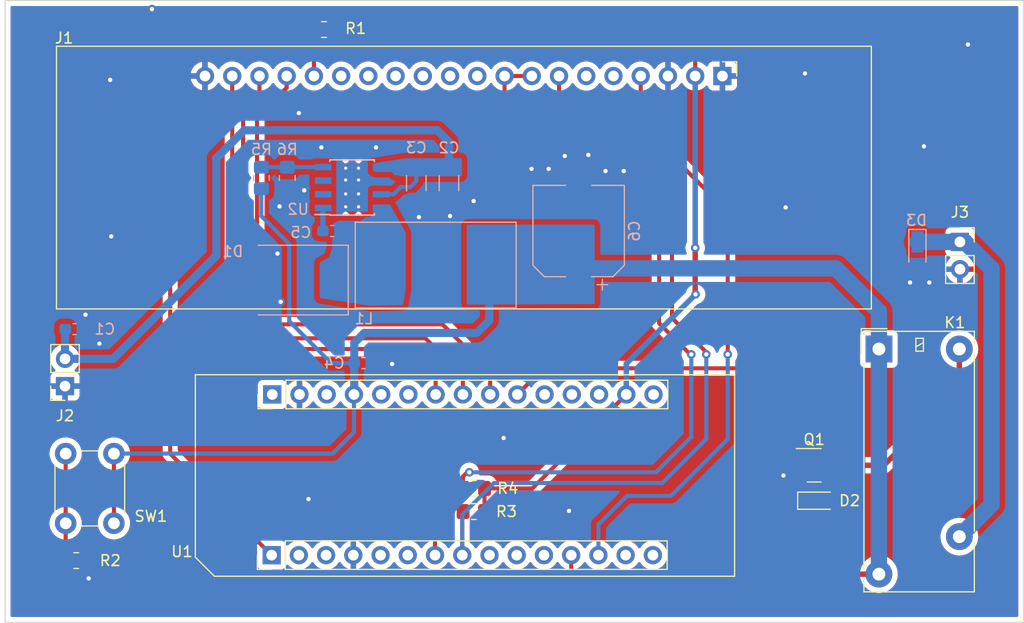
<source format=kicad_pcb>
(kicad_pcb (version 20211014) (generator pcbnew)
  (layers (0 "F.Cu" signal) (31 "B.Cu" signal) (34 "B.Paste" user) (35 "F.Paste" user) (36 "B.SilkS" user "B.Silkscreen") (37 "F.SilkS" user "F.Silkscreen") (38 "B.Mask" user) (39 "F.Mask" user) (44 "Edge.Cuts" user))
  (net 0 "")
  (net 1 "+36V")
  (net 2 "GND")
  (net 3 "+5V")
  (net 4 "Net-(C5-Pad1)")
  (net 5 "Net-(C5-Pad2)")
  (net 6 "Net-(D2-Pad2)")
  (net 7 "/MOTOR_5V")
  (net 8 "+3V3")
  (net 9 "/SLAVE_ADDR")
  (net 12 "/I2C_SCL")
  (net 13 "/I2C_SDA")
  (net 20 "/RESET")
  (net 21 "/BS0")
  (net 22 "/BS1")
  (net 23 "/BS2")
  (net 24 "/MOTOR_ACTIVATION")
  (net 25 "/BUTTON_SIGNAL")
  (net 26 "Net-(R5-Pad2)")
  (footprint "Button_Switch_THT:SW_PUSH_6mm" (layer "F.Cu") (at 107.652 113.753 -90)
    (fp_text reference "SW1" (at 5.847 -3.448 180) (layer "F.SilkS"))
    (fp_text value "SW_Push")
    (fp_line (start -0.25 1.5) (end -0.25 3) (layer "F.SilkS") (width 0.12))
    (fp_line (start 1 5.5) (end 5.5 5.5) (layer "F.SilkS") (width 0.12))
    (fp_line (start 5.5 -1) (end 1 -1) (layer "F.SilkS") (width 0.12))
    (fp_line (start 6.75 3) (end 6.75 1.5) (layer "F.SilkS") (width 0.12))
    (pad "1" thru_hole circle (at 0 0) (size 2 2) (drill 1.1) (layers *.Cu *.Mask) (net 3 "+5V"))
    (pad "1" thru_hole circle (at 6.5 0) (size 2 2) (drill 1.1) (layers *.Cu *.Mask) (net 3 "+5V"))
    (pad "2" thru_hole circle (at 0 4.5) (size 2 2) (drill 1.1) (layers *.Cu *.Mask) (net 25 "/BUTTON_SIGNAL"))
    (pad "2" thru_hole circle (at 6.5 4.5) (size 2 2) (drill 1.1) (layers *.Cu *.Mask) (net 25 "/BUTTON_SIGNAL"))
  )
  (footprint "Relay_THT:Relay_1P1T_NO_10x24x18.8mm_Panasonic_ADW11xxxxW_THT" (layer "F.Cu") (at 179 104)
    (fp_text reference "K1" (at 7.08 -2.46) (layer "F.SilkS"))
    (fp_text value "ADW11")
    (fp_line (start -1.4 22.65) (end -1.4 21.51) (layer "F.SilkS") (width 0.12))
    (fp_line (start 3.45 -0.2) (end 4.15 -0.6) (layer "F.SilkS") (width 0.12))
    (fp_line (start -1.4 1.31) (end -1.4 20.49) (layer "F.SilkS") (width 0.12))
    (fp_line (start 8.9 -1.65) (end 8.9 -0.51) (layer "F.SilkS") (width 0.12))
    (fp_line (start -1.65 0.44) (end -1.65 -1.9) (layer "F.SilkS") (width 0.12))
    (fp_line (start -1.4 -1.65) (end -1.4 -1.31) (layer "F.SilkS") (width 0.12))
    (fp_line (start 8.9 22.65) (end -1.4 22.65) (layer "F.SilkS") (width 0.12))
    (fp_line (start 4.15 -1) (end 3.45 -1) (layer "F.SilkS") (width 0.12))
    (fp_line (start 4.15 0.2) (end 4.15 -1) (layer "F.SilkS") (width 0.12))
    (fp_line (start 8.9 -1.65) (end -1.4 -1.65) (layer "F.SilkS") (width 0.12))
    (fp_line (start 3.45 -1) (end 3.45 0.2) (layer "F.SilkS") (width 0.12))
    (fp_line (start 3.45 0.2) (end 4.15 0.2) (layer "F.SilkS") (width 0.12))
    (fp_line (start 8.9 0.51) (end 8.9 16.99) (layer "F.SilkS") (width 0.12))
    (fp_line (start 8.89 18.05) (end 8.9 22.65) (layer "F.SilkS") (width 0.12))
    (fp_line (start -1.65 -1.9) (end 0.75 -1.9) (layer "F.SilkS") (width 0.12))
    (pad "1" thru_hole rect (at 0 0) (size 2.5 2.5) (drill 1.2) (layers *.Cu *.Mask) (net 3 "+5V"))
    (pad "3" thru_hole oval (at 0 21) (size 2.5 2.5) (drill 1.2) (layers *.Cu *.Mask) (net 3 "+5V"))
    (pad "5" thru_hole oval (at 7.5 17.5) (size 2.5 2.5) (drill 1.2) (layers *.Cu *.Mask) (net 7 "/MOTOR_5V"))
    (pad "6" thru_hole oval (at 7.5 0) (size 2.5 2.5) (drill 1.2) (layers *.Cu *.Mask) (net 6 "Net-(D2-Pad2)"))
  )
  (footprint "Resistor_SMD:R_0805_2012Metric_Pad1.20x1.40mm_HandSolder" (layer "F.Cu") (at 104.132 123.734)
    (fp_text reference "R2" (at 3.175 0) (layer "F.SilkS"))
    (fp_text value "10K")
    (fp_line (start -0.227064 0.735) (end 0.227064 0.735) (layer "F.SilkS") (width 0.12))
    (fp_line (start -0.227064 -0.735) (end 0.227064 -0.735) (layer "F.SilkS") (width 0.12))
    (pad "1" smd roundrect (at -1 0) (size 1.2 1.4) (layers "F.Cu" "F.Paste" "F.Mask") (roundrect_rratio 0.2083333333) (net 25 "/BUTTON_SIGNAL"))
    (pad "2" smd roundrect (at 1 0) (size 1.2 1.4) (layers "F.Cu" "F.Paste" "F.Mask") (roundrect_rratio 0.2083333333) (net 2 "GND"))
  )
  (footprint "Library:NHD-0216CW-AB3" (layer "F.Cu") (at 102.295 75.765)
    (fp_text reference "J1" (at 0.705 -0.765 unlocked) (layer "F.SilkS"))
    (fp_text value "NHD-0216CW")
    (fp_line (start 62.11 1.445) (end 63.44 1.445) (layer "F.SilkS") (width 0.12))
    (fp_line (start 76 0) (end 76 24.5) (layer "F.SilkS") (width 0.12))
    (fp_line (start 63.44 1.445) (end 63.44 2.775) (layer "F.SilkS") (width 0.12))
    (fp_line (start 76 24.5) (end 0 24.5) (layer "F.SilkS") (width 0.12))
    (fp_line (start 0 24.5) (end 0 0) (layer "F.SilkS") (width 0.12))
    (fp_line (start 0 0) (end 76 0) (layer "F.SilkS") (width 0.12))
    (pad "1" thru_hole rect (at 62.11 2.775 270) (size 1.7 1.7) (drill 1) (layers *.Cu *.Mask) (net 2 "GND"))
    (pad "2" thru_hole oval (at 59.57 2.775 270) (size 1.7 1.7) (drill 1) (layers *.Cu *.Mask) (net 8 "+3V3"))
    (pad "3" thru_hole oval (at 57.03 2.775 270) (size 1.7 1.7) (drill 1) (layers *.Cu *.Mask) (net 2 "GND"))
    (pad "4" thru_hole oval (at 54.49 2.775 270) (size 1.7 1.7) (drill 1) (layers *.Cu *.Mask) (net 9 "/SLAVE_ADDR"))
    (pad "5" thru_hole oval (at 51.95 2.775 270) (size 1.7 1.7) (drill 1) (layers *.Cu *.Mask))
    (pad "6" thru_hole oval (at 49.41 2.775 270) (size 1.7 1.7) (drill 1) (layers *.Cu *.Mask))
    (pad "7" thru_hole oval (at 46.87 2.775 270) (size 1.7 1.7) (drill 1) (layers *.Cu *.Mask) (net 12 "/I2C_SCL"))
    (pad "8" thru_hole oval (at 44.33 2.775 270) (size 1.7 1.7) (drill 1) (layers *.Cu *.Mask) (net 13 "/I2C_SDA"))
    (pad "9" thru_hole oval (at 41.79 2.775 270) (size 1.7 1.7) (drill 1) (layers *.Cu *.Mask) (net 13 "/I2C_SDA"))
    (pad "10" thru_hole oval (at 39.25 2.775 270) (size 1.7 1.7) (drill 1) (layers *.Cu *.Mask))
    (pad "11" thru_hole oval (at 36.71 2.775 270) (size 1.7 1.7) (drill 1) (layers *.Cu *.Mask))
    (pad "12" thru_hole oval (at 34.17 2.775 270) (size 1.7 1.7) (drill 1) (layers *.Cu *.Mask))
    (pad "13" thru_hole oval (at 31.63 2.775 270) (size 1.7 1.7) (drill 1) (layers *.Cu *.Mask))
    (pad "14" thru_hole oval (at 29.09 2.775 270) (size 1.7 1.7) (drill 1) (layers *.Cu *.Mask))
    (pad "15" thru_hole oval (at 26.55 2.775 270) (size 1.7 1.7) (drill 1) (layers *.Cu *.Mask))
    (pad "16" thru_hole oval (at 24.01 2.775 270) (size 1.7 1.7) (drill 1) (layers *.Cu *.Mask) (net 20 "/RESET"))
    (pad "17" thru_hole oval (at 21.47 2.775 270) (size 1.7 1.7) (drill 1) (layers *.Cu *.Mask) (net 21 "/BS0"))
    (pad "18" thru_hole oval (at 18.93 2.775 270) (size 1.7 1.7) (drill 1) (layers *.Cu *.Mask) (net 22 "/BS1"))
    (pad "19" thru_hole oval (at 16.39 2.775 270) (size 1.7 1.7) (drill 1) (layers *.Cu *.Mask) (net 23 "/BS2"))
    (pad "20" thru_hole oval (at 13.85 2.775 270) (size 1.7 1.7) (drill 1) (layers *.Cu *.Mask) (net 2 "GND"))
  )
  (footprint "Diode_SMD:D_TUMD2" (layer "F.Cu") (at 173.22 118.146)
    (fp_text reference "D2" (at 3.048 0) (layer "F.SilkS"))
    (fp_text value "RFU02VSM8STR")
    (fp_line (start -1.8 -0.8) (end 1.25 -0.8) (layer "F.SilkS") (width 0.12))
    (fp_line (start 1.25 0.8) (end -1.8 0.8) (layer "F.SilkS") (width 0.12))
    (fp_line (start -1.8 0.8) (end -1.8 -0.8) (layer "F.SilkS") (width 0.12))
    (pad "1" smd rect (at -0.65 0 180) (size 2 1.1) (layers "F.Cu" "F.Paste" "F.Mask") (net 3 "+5V"))
    (pad "2" smd rect (at 1.25 0 180) (size 0.8 1.1) (layers "F.Cu" "F.Paste" "F.Mask") (net 6 "Net-(D2-Pad2)"))
  )
  (footprint "Resistor_SMD:R_0805_2012Metric_Pad1.20x1.40mm_HandSolder" (layer "F.Cu") (at 127.246 74.204 180)
    (fp_text reference "R1" (at -2.954 0.104) (layer "F.SilkS"))
    (fp_text value "10K")
    (fp_line (start -0.227064 0.735) (end 0.227064 0.735) (layer "F.SilkS") (width 0.12))
    (fp_line (start -0.227064 -0.735) (end 0.227064 -0.735) (layer "F.SilkS") (width 0.12))
    (pad "1" smd roundrect (at -1 0 180) (size 1.2 1.4) (layers "F.Cu" "F.Paste" "F.Mask") (roundrect_rratio 0.2083333333) (net 8 "+3V3"))
    (pad "2" smd roundrect (at 1 0 180) (size 1.2 1.4) (layers "F.Cu" "F.Paste" "F.Mask") (roundrect_rratio 0.2083333333) (net 20 "/RESET"))
  )
  (footprint "Resistor_SMD:R_0805_2012Metric_Pad1.20x1.40mm_HandSolder" (layer "F.Cu") (at 141.216 117.003 180)
    (fp_text reference "R4" (at -3.175 0) (layer "F.SilkS"))
    (fp_text value "10K")
    (fp_line (start -0.227064 -0.735) (end 0.227064 -0.735) (layer "F.SilkS") (width 0.12))
    (fp_line (start -0.227064 0.735) (end 0.227064 0.735) (layer "F.SilkS") (width 0.12))
    (pad "1" smd roundrect (at -1 0 180) (size 1.2 1.4) (layers "F.Cu" "F.Paste" "F.Mask") (roundrect_rratio 0.2083333333) (net 8 "+3V3"))
    (pad "2" smd roundrect (at 1 0 180) (size 1.2 1.4) (layers "F.Cu" "F.Paste" "F.Mask") (roundrect_rratio 0.2083333333) (net 13 "/I2C_SDA"))
  )
  (footprint "Resistor_SMD:R_0805_2012Metric_Pad1.20x1.40mm_HandSolder" (layer "F.Cu") (at 141.216 119.162 180)
    (fp_text reference "R3" (at -3.048 0) (layer "F.SilkS"))
    (fp_text value "10K")
    (fp_line (start -0.227064 -0.735) (end 0.227064 -0.735) (layer "F.SilkS") (width 0.12))
    (fp_line (start -0.227064 0.735) (end 0.227064 0.735) (layer "F.SilkS") (width 0.12))
    (pad "1" smd roundrect (at -1 0 180) (size 1.2 1.4) (layers "F.Cu" "F.Paste" "F.Mask") (roundrect_rratio 0.2083333333) (net 8 "+3V3"))
    (pad "2" smd roundrect (at 1 0 180) (size 1.2 1.4) (layers "F.Cu" "F.Paste" "F.Mask") (roundrect_rratio 0.2083333333) (net 12 "/I2C_SCL"))
  )
  (footprint "Library:Nucleog4" (layer "F.Cu") (at 115.248 125.1945 90)
    (fp_text reference "U1" (at 2.2945 -1.248 unlocked) (layer "F.SilkS"))
    (fp_text value "NUCLEOG431")
    (fp_line (start 0 1.778) (end 0 50.292) (layer "F.SilkS") (width 0.12))
    (fp_line (start 15.6245 5.842) (end 16.9545 5.842) (layer "F.SilkS") (width 0.12))
    (fp_line (start 18.796 50.292) (end 18.796 0) (layer "F.SilkS") (width 0.12))
    (fp_line (start 15.6245 8.442) (end 18.2845 8.442) (layer "F.SilkS") (width 0.12))
    (fp_line (start 0.6385 44.002) (end 3.2985 44.002) (layer "F.SilkS") (width 0.12))
    (fp_line (start 15.6245 7.172) (end 15.6245 5.842) (layer "F.SilkS") (width 0.12))
    (fp_line (start 15.6245 8.442) (end 15.6245 44.062) (layer "F.SilkS") (width 0.12))
    (fp_line (start 18.796 0) (end 1.778 0) (layer "F.SilkS") (width 0.12))
    (fp_line (start 0.6385 5.782) (end 1.9685 5.782) (layer "F.SilkS") (width 0.12))
    (fp_line (start 15.6245 44.062) (end 18.2845 44.062) (layer "F.SilkS") (width 0.12))
    (fp_line (start 0.6385 8.382) (end 3.2985 8.382) (layer "F.SilkS") (width 0.12))
    (fp_line (start 0.6385 7.112) (end 0.6385 5.782) (layer "F.SilkS") (width 0.12))
    (fp_line (start 3.2985 8.382) (end 3.2985 44.002) (layer "F.SilkS") (width 0.12))
    (fp_line (start 0 50.292) (end 18.796 50.292) (layer "F.SilkS") (width 0.12))
    (fp_line (start 0.6385 8.382) (end 0.6385 44.002) (layer "F.SilkS") (width 0.12))
    (fp_line (start 1.778 0) (end 0 1.778) (layer "F.SilkS") (width 0.12))
    (fp_line (start 18.2845 8.442) (end 18.2845 44.062) (layer "F.SilkS") (width 0.12))
    (pad "1" thru_hole rect (at 1.9685 7.112 90) (size 1.7 1.7) (drill 1) (layers *.Cu *.Mask) (net 20 "/RESET"))
    (pad "2" thru_hole oval (at 1.9685 9.652 90) (size 1.7 1.7) (drill 1) (layers *.Cu *.Mask))
    (pad "3" thru_hole oval (at 1.9685 12.192 90) (size 1.7 1.7) (drill 1) (layers *.Cu *.Mask))
    (pad "4" thru_hole oval (at 1.9685 14.732 90) (size 1.7 1.7) (drill 1) (layers *.Cu *.Mask) (net 2 "GND"))
    (pad "5" thru_hole oval (at 1.9685 17.272 90) (size 1.7 1.7) (drill 1) (layers *.Cu *.Mask))
    (pad "6" thru_hole oval (at 1.9685 19.812 90) (size 1.7 1.7) (drill 1) (layers *.Cu *.Mask))
    (pad "7" thru_hole oval (at 1.9685 22.352 90) (size 1.7 1.7) (drill 1) (layers *.Cu *.Mask) (net 13 "/I2C_SDA"))
    (pad "8" thru_hole oval (at 1.9685 24.892 90) (size 1.7 1.7) (drill 1) (layers *.Cu *.Mask) (net 12 "/I2C_SCL"))
    (pad "9" thru_hole oval (at 1.9685 27.432 90) (size 1.7 1.7) (drill 1) (layers *.Cu *.Mask))
    (pad "10" thru_hole oval (at 1.9685 29.972 90) (size 1.7 1.7) (drill 1) (layers *.Cu *.Mask))
    (pad "11" thru_hole oval (at 1.9685 32.512 90) (size 1.7 1.7) (drill 1) (layers *.Cu *.Mask))
    (pad "12" thru_hole oval (at 1.9685 35.052 90) (size 1.7 1.7) (drill 1) (layers *.Cu *.Mask) (net 25 "/BUTTON_SIGNAL"))
    (pad "13" thru_hole oval (at 1.9685 37.592 90) (size 1.7 1.7) (drill 1) (layers *.Cu *.Mask) (net 9 "/SLAVE_ADDR"))
    (pad "14" thru_hole oval (at 1.9685 40.132 90) (size 1.7 1.7) (drill 1) (layers *.Cu *.Mask))
    (pad "15" thru_hole oval (at 1.9685 42.672 90) (size 1.7 1.7) (drill 1) (layers *.Cu *.Mask))
    (pad "16" thru_hole rect (at 16.9545 7.172 90) (size 1.7 1.7) (drill 1) (layers *.Cu *.Mask))
    (pad "17" thru_hole oval (at 16.9545 9.712 90) (size 1.7 1.7) (drill 1) (layers *.Cu *.Mask) (net 2 "GND"))
    (pad "18" thru_hole oval (at 16.9545 12.252 90) (size 1.7 1.7) (drill 1) (layers *.Cu *.Mask))
    (pad "19" thru_hole oval (at 16.9545 14.792 90) (size 1.7 1.7) (drill 1) (layers *.Cu *.Mask) (net 3 "+5V"))
    (pad "20" thru_hole oval (at 16.9545 17.332 90) (size 1.7 1.7) (drill 1) (layers *.Cu *.Mask))
    (pad "21" thru_hole oval (at 16.9545 19.872 90) (size 1.7 1.7) (drill 1) (layers *.Cu *.Mask))
    (pad "22" thru_hole oval (at 16.9545 22.412 90) (size 1.7 1.7) (drill 1) (layers *.Cu *.Mask) (net 23 "/BS2"))
    (pad "23" thru_hole oval (at 16.9545 24.952 90) (size 1.7 1.7) (drill 1) (layers *.Cu *.Mask) (net 22 "/BS1"))
    (pad "24" thru_hole oval (at 16.9545 27.492 90) (size 1.7 1.7) (drill 1) (layers *.Cu *.Mask) (net 21 "/BS0"))
    (pad "25" thru_hole oval (at 16.9545 30.032 90) (size 1.7 1.7) (drill 1) (layers *.Cu *.Mask) (net 24 "/MOTOR_ACTIVATION"))
    (pad "26" thru_hole oval (at 16.9545 32.572 90) (size 1.7 1.7) (drill 1) (layers *.Cu *.Mask))
    (pad "27" thru_hole oval (at 16.9545 35.112 90) (size 1.7 1.7) (drill 1) (layers *.Cu *.Mask))
    (pad "28" thru_hole oval (at 16.9545 37.652 90) (size 1.7 1.7) (drill 1) (layers *.Cu *.Mask))
    (pad "29" thru_hole oval (at 16.9545 40.192 90) (size 1.7 1.7) (drill 1) (layers *.Cu *.Mask) (net 8 "+3V3"))
    (pad "30" thru_hole oval (at 16.9545 42.732 90) (size 1.7 1.7) (drill 1) (layers *.Cu *.Mask))
  )
  (footprint "Connector_PinSocket_2.54mm:PinSocket_1x02_P2.54mm_Vertical" (layer "F.Cu") (at 103.091 107.458 180)
    (fp_text reference "J2" (at 0 -2.77) (layer "F.SilkS"))
    (fp_text value "Conn_01x02")
    (fp_line (start 0 -1.33) (end 1.33 -1.33) (layer "F.SilkS") (width 0.12))
    (fp_line (start -1.33 1.27) (end -1.33 3.87) (layer "F.SilkS") (width 0.12))
    (fp_line (start 1.33 1.27) (end 1.33 3.87) (layer "F.SilkS") (width 0.12))
    (fp_line (start -1.33 3.87) (end 1.33 3.87) (layer "F.SilkS") (width 0.12))
    (fp_line (start 1.33 -1.33) (end 1.33 0) (layer "F.SilkS") (width 0.12))
    (fp_line (start -1.33 1.27) (end 1.33 1.27) (layer "F.SilkS") (width 0.12))
    (pad "1" thru_hole rect (at 0 0 180) (size 1.7 1.7) (drill 1) (layers *.Cu *.Mask) (net 2 "GND"))
    (pad "2" thru_hole oval (at 0 2.54 180) (size 1.7 1.7) (drill 1) (layers *.Cu *.Mask) (net 1 "+36V"))
  )
  (footprint "Connector_PinSocket_2.54mm:PinSocket_1x02_P2.54mm_Vertical" (layer "F.Cu") (at 186.555 94.016)
    (fp_text reference "J3" (at 0 -2.77) (layer "F.SilkS"))
    (fp_text value "MOTOR")
    (fp_line (start 0 -1.33) (end 1.33 -1.33) (layer "F.SilkS") (width 0.12))
    (fp_line (start -1.33 1.27) (end -1.33 3.87) (layer "F.SilkS") (width 0.12))
    (fp_line (start -1.33 1.27) (end 1.33 1.27) (layer "F.SilkS") (width 0.12))
    (fp_line (start 1.33 -1.33) (end 1.33 0) (layer "F.SilkS") (width 0.12))
    (fp_line (start -1.33 3.87) (end 1.33 3.87) (layer "F.SilkS") (width 0.12))
    (fp_line (start 1.33 1.27) (end 1.33 3.87) (layer "F.SilkS") (width 0.12))
    (pad "1" thru_hole rect (at 0 0) (size 1.7 1.7) (drill 1) (layers *.Cu *.Mask) (net 7 "/MOTOR_5V"))
    (pad "2" thru_hole oval (at 0 2.54) (size 1.7 1.7) (drill 1) (layers *.Cu *.Mask) (net 2 "GND"))
  )
  (footprint "Package_TO_SOT_SMD:SOT-23" (layer "F.Cu") (at 172.966 114.844)
    (fp_text reference "Q1" (at 0 -2.4) (layer "F.SilkS"))
    (fp_text value "2N7002")
    (fp_line (start 0 -1.56) (end 0.65 -1.56) (layer "F.SilkS") (width 0.12))
    (fp_line (start 0 1.56) (end -0.65 1.56) (layer "F.SilkS") (width 0.12))
    (fp_line (start 0 1.56) (end 0.65 1.56) (layer "F.SilkS") (width 0.12))
    (fp_line (start 0 -1.56) (end -1.675 -1.56) (layer "F.SilkS") (width 0.12))
    (pad "1" smd roundrect (at -0.9375 -0.95) (size 1.475 0.6) (layers "F.Cu" "F.Paste" "F.Mask") (net 24 "/MOTOR_ACTIVATION"))
    (pad "2" smd roundrect (at -0.9375 0.95) (size 1.475 0.6) (layers "F.Cu" "F.Paste" "F.Mask") (net 2 "GND"))
    (pad "3" smd roundrect (at 0.9375 0) (size 1.475 0.6) (layers "F.Cu" "F.Paste" "F.Mask") (net 6 "Net-(D2-Pad2)"))
  )
  (footprint "Capacitor_SMD:CP_Elec_8x6.9" (layer "B.Cu") (at 150.995 93 90)
    (fp_text reference "C6" (at 0 5.2 90) (layer "B.SilkS") (effects (justify mirror)))
    (fp_text value "220uF")
    (fp_line (start -4.26 -3.195563) (end -3.195563 -4.26) (layer "B.SilkS") (width 0.12))
    (fp_line (start -3.195563 -4.26) (end 4.26 -4.26) (layer "B.SilkS") (width 0.12))
    (fp_line (start -5.5 2.21) (end -4.5 2.21) (layer "B.SilkS") (width 0.12))
    (fp_line (start -4.26 3.195563) (end -3.195563 4.26) (layer "B.SilkS") (width 0.12))
    (fp_line (start -3.195563 4.26) (end 4.26 4.26) (layer "B.SilkS") (width 0.12))
    (fp_line (start 4.26 4.26) (end 4.26 1.21) (layer "B.SilkS") (width 0.12))
    (fp_line (start -4.26 -3.195563) (end -4.26 -1.21) (layer "B.SilkS") (width 0.12))
    (fp_line (start 4.26 -4.26) (end 4.26 -1.21) (layer "B.SilkS") (width 0.12))
    (fp_line (start -5 2.71) (end -5 1.71) (layer "B.SilkS") (width 0.12))
    (fp_line (start -4.26 3.195563) (end -4.26 1.21) (layer "B.SilkS") (width 0.12))
    (pad "1" smd roundrect (at -3.475 0 90) (size 4.15 1.9) (layers "B.Cu" "B.Paste" "B.Mask") (roundrect_rratio 0.1315789474) (net 3 "+5V"))
    (pad "2" smd roundrect (at 3.475 0 90) (size 4.15 1.9) (layers "B.Cu" "B.Paste" "B.Mask") (roundrect_rratio 0.1315789474) (net 2 "GND"))
  )
  (footprint "Diode_SMD:D_SMC" (layer "B.Cu") (at 124.706 97.572 180)
    (fp_text reference "D1" (at 5.969 2.667) (layer "B.SilkS") (effects (justify mirror)))
    (fp_text value "B340")
    (fp_line (start -4.8 -3.25) (end -4.8 3.25) (layer "B.SilkS") (width 0.12))
    (fp_line (start -4.8 -3.25) (end 3.6 -3.25) (layer "B.SilkS") (width 0.12))
    (fp_line (start -4.8 3.25) (end 3.6 3.25) (layer "B.SilkS") (width 0.12))
    (pad "1" smd rect (at -3.4 0 90) (size 3.3 2.5) (layers "B.Cu" "B.Paste" "B.Mask") (net 5 "Net-(C5-Pad2)"))
    (pad "2" smd rect (at 3.4 0 90) (size 3.3 2.5) (layers "B.Cu" "B.Paste" "B.Mask") (net 2 "GND"))
  )
  (footprint "Package_SO:TI_SO-PowerPAD-8_ThermalVias" (layer "B.Cu") (at 129.866 88.936)
    (fp_text reference "U2" (at -5.033 2.032) (layer "B.SilkS") (effects (justify mirror)))
    (fp_text value "TPS5430DDA")
    (fp_line (start -2.075 -2.575) (end -2.075 -2.43) (layer "B.SilkS") (width 0.15))
    (fp_line (start 2.075 2.575) (end 2.075 2.43) (layer "B.SilkS") (width 0.15))
    (fp_line (start -2.075 2.525) (end -3.475 2.525) (layer "B.SilkS") (width 0.15))
    (fp_line (start 2.075 -2.575) (end 2.075 -2.43) (layer "B.SilkS") (width 0.15))
    (fp_line (start -2.075 -2.575) (end 2.075 -2.575) (layer "B.SilkS") (width 0.15))
    (fp_line (start -2.075 2.575) (end 2.075 2.575) (layer "B.SilkS") (width 0.15))
    (fp_line (start -2.075 2.575) (end -2.075 2.525) (layer "B.SilkS") (width 0.15))
    (pad "1" smd rect (at -2.7 1.905) (size 1.55 0.6) (layers "B.Cu" "B.Paste" "B.Mask") (net 4 "Net-(C5-Pad1)"))
    (pad "2" smd rect (at -2.7 0.635) (size 1.55 0.6) (layers "B.Cu" "B.Paste" "B.Mask"))
    (pad "3" smd rect (at -2.7 -0.635) (size 1.55 0.6) (layers "B.Cu" "B.Paste" "B.Mask"))
    (pad "4" smd rect (at -2.7 -1.905) (size 1.55 0.6) (layers "B.Cu" "B.Paste" "B.Mask") (net 26 "Net-(R5-Pad2)"))
    (pad "5" smd rect (at 2.7 -1.905) (size 1.55 0.6) (layers "B.Cu" "B.Paste" "B.Mask") (net 1 "+36V"))
    (pad "6" smd rect (at 2.7 -0.635) (size 1.55 0.6) (layers "B.Cu" "B.Paste" "B.Mask") (net 2 "GND"))
    (pad "7" smd rect (at 2.7 0.635) (size 1.55 0.6) (layers "B.Cu" "B.Paste" "B.Mask") (net 1 "+36V"))
    (pad "8" smd rect (at 2.7 1.905) (size 1.55 0.6) (layers "B.Cu" "B.Paste" "B.Mask") (net 5 "Net-(C5-Pad2)"))
    (pad "9" smd rect (at 0 0) (size 2.6 3.1) (layers "B.Cu" "B.Paste" "B.Mask") (net 2 "GND"))
    (pad "9" smd rect (at 0 0) (size 2.95 4.5) (layers "F.Cu") (net 2 "GND"))
    (pad "9" thru_hole circle (at -0.6 0.6) (size 0.6 0.6) (drill 0.3) (layers *.Cu) (net 2 "GND"))
    (pad "9" thru_hole circle (at 0.6 0.6) (size 0.6 0.6) (drill 0.3) (layers *.Cu) (net 2 "GND"))
    (pad "9" thru_hole circle (at -0.6 -0.7) (size 0.6 0.6) (drill 0.3) (layers *.Cu) (net 2 "GND"))
    (pad "9" smd rect (at 0 0) (size 2.95 4.5) (layers "B.Cu") (net 2 "GND"))
    (pad "9" thru_hole circle (at -0.6 -1.8) (size 0.6 0.6) (drill 0.3) (layers *.Cu) (net 2 "GND"))
    (pad "9" thru_hole circle (at 0.6 -1.8) (size 0.6 0.6) (drill 0.3) (layers *.Cu) (net 2 "GND"))
    (pad "9" thru_hole circle (at 0.6 -0.7) (size 0.6 0.6) (drill 0.3) (layers *.Cu) (net 2 "GND"))
    (pad "9" thru_hole circle (at -0.6 1.8) (size 0.6 0.6) (drill 0.3) (layers *.Cu) (net 2 "GND"))
    (pad "9" thru_hole circle (at 0.6 1.8) (size 0.6 0.6) (drill 0.3) (layers *.Cu) (net 2 "GND"))
  )
  (footprint "Capacitor_SMD:C_0603_1608Metric_Pad1.08x0.95mm_HandSolder" (layer "B.Cu") (at 103.9785 102.144)
    (fp_text reference "C1" (at 2.8205 0) (layer "B.SilkS") (effects (justify mirror)))
    (fp_text value "0.1uF")
    (fp_line (start -0.146267 -0.51) (end 0.146267 -0.51) (layer "B.SilkS") (width 0.12))
    (fp_line (start -0.146267 0.51) (end 0.146267 0.51) (layer "B.SilkS") (width 0.12))
    (pad "1" smd roundrect (at -0.8625 0) (size 1.075 0.95) (layers "B.Cu" "B.Paste" "B.Mask") (net 1 "+36V"))
    (pad "2" smd roundrect (at 0.8625 0) (size 1.075 0.95) (layers "B.Cu" "B.Paste" "B.Mask") (net 2 "GND"))
  )
  (footprint "Library:SRR1208-220ML" (layer "B.Cu") (at 137.66 96.175)
    (fp_text reference "L1" (at -6.684 5 unlocked) (layer "B.SilkS") (effects (justify mirror)))
    (fp_text value "22uH")
    (fp_line (start -7.5 -4) (end 7.5 -4) (layer "B.SilkS") (width 0.12))
    (fp_line (start -7.5 4) (end -7.5 -4) (layer "B.SilkS") (width 0.12))
    (fp_line (start 7.5 -4) (end 7.5 4) (layer "B.SilkS") (width 0.12))
    (fp_line (start 7.5 4) (end -7.5 4) (layer "B.SilkS") (width 0.12))
    (pad "1" smd roundrect (at -5 0) (size 4 7) (layers "B.Cu" "B.Paste" "B.Mask") (net 5 "Net-(C5-Pad2)"))
    (pad "2" smd roundrect (at 5 0) (size 4 7) (layers "B.Cu" "B.Paste" "B.Mask") (net 3 "+5V"))
  )
  (footprint "Resistor_SMD:R_0805_2012Metric_Pad1.20x1.40mm_HandSolder" (layer "B.Cu") (at 123.817 88.047 -90)
    (fp_text reference "R6" (at -2.667 0 180) (layer "B.SilkS") (effects (justify mirror)))
    (fp_text value "3K24")
    (fp_line (start -0.227064 -0.735) (end 0.227064 -0.735) (layer "B.SilkS") (width 0.12))
    (fp_line (start -0.227064 0.735) (end 0.227064 0.735) (layer "B.SilkS") (width 0.12))
    (pad "1" smd roundrect (at -1 0 270) (size 1.2 1.4) (layers "B.Cu" "B.Paste" "B.Mask") (roundrect_rratio 0.2083333333) (net 26 "Net-(R5-Pad2)"))
    (pad "2" smd roundrect (at 1 0 270) (size 1.2 1.4) (layers "B.Cu" "B.Paste" "B.Mask") (roundrect_rratio 0.2083333333) (net 2 "GND"))
  )
  (footprint "Capacitor_SMD:C_1206_3216Metric_Pad1.33x1.80mm_HandSolder" (layer "B.Cu") (at 135.852 88.5375 -90)
    (fp_text reference "C3" (at -3.302 0 180) (layer "B.SilkS") (effects (justify mirror)))
    (fp_text value "4.7uF")
    (fp_line (start -0.711252 0.91) (end 0.711252 0.91) (layer "B.SilkS") (width 0.12))
    (fp_line (start -0.711252 -0.91) (end 0.711252 -0.91) (layer "B.SilkS") (width 0.12))
    (pad "1" smd roundrect (at -1.5625 0 270) (size 1.325 1.8) (layers "B.Cu" "B.Paste" "B.Mask") (roundrect_rratio 0.1886792453) (net 1 "+36V"))
    (pad "2" smd roundrect (at 1.5625 0 270) (size 1.325 1.8) (layers "B.Cu" "B.Paste" "B.Mask") (roundrect_rratio 0.1886792453) (net 2 "GND"))
  )
  (footprint "Diode_SMD:D_TUMD2" (layer "B.Cu") (at 182.593 94.65 -90)
    (fp_text reference "D3" (at -2.65 0.093 180) (layer "B.SilkS") (effects (justify mirror)))
    (fp_text value "RB168VYM150FHTR")
    (fp_line (start 1.25 -0.8) (end -1.8 -0.8) (layer "B.SilkS") (width 0.12))
    (fp_line (start -1.8 0.8) (end 1.25 0.8) (layer "B.SilkS") (width 0.12))
    (fp_line (start -1.8 -0.8) (end -1.8 0.8) (layer "B.SilkS") (width 0.12))
    (pad "1" smd rect (at -0.65 0 90) (size 2 1.1) (layers "B.Cu" "B.Paste" "B.Mask") (net 7 "/MOTOR_5V"))
    (pad "2" smd rect (at 1.25 0 90) (size 0.8 1.1) (layers "B.Cu" "B.Paste" "B.Mask") (net 2 "GND"))
  )
  (footprint "Resistor_SMD:R_0805_2012Metric_Pad1.20x1.40mm_HandSolder" (layer "B.Cu") (at 121.404 88.047 90)
    (fp_text reference "R5" (at 2.667 0 180) (layer "B.SilkS") (effects (justify mirror)))
    (fp_text value "10k")
    (fp_line (start -0.227064 -0.735) (end 0.227064 -0.735) (layer "B.SilkS") (width 0.12))
    (fp_line (start -0.227064 0.735) (end 0.227064 0.735) (layer "B.SilkS") (width 0.12))
    (pad "1" smd roundrect (at -1 0 90) (size 1.2 1.4) (layers "B.Cu" "B.Paste" "B.Mask") (roundrect_rratio 0.2083333333) (net 3 "+5V"))
    (pad "2" smd roundrect (at 1 0 90) (size 1.2 1.4) (layers "B.Cu" "B.Paste" "B.Mask") (roundrect_rratio 0.2083333333) (net 26 "Net-(R5-Pad2)"))
  )
  (footprint "Capacitor_SMD:C_1206_3216Metric_Pad1.33x1.80mm_HandSolder" (layer "B.Cu") (at 138.9 88.5375 -90)
    (fp_text reference "C2" (at -3.302 0 180) (layer "B.SilkS") (effects (justify mirror)))
    (fp_text value "4.7uF")
    (fp_line (start -0.711252 0.91) (end 0.711252 0.91) (layer "B.SilkS") (width 0.12))
    (fp_line (start -0.711252 -0.91) (end 0.711252 -0.91) (layer "B.SilkS") (width 0.12))
    (pad "1" smd roundrect (at -1.5625 0 270) (size 1.325 1.8) (layers "B.Cu" "B.Paste" "B.Mask") (roundrect_rratio 0.1886792453) (net 1 "+36V"))
    (pad "2" smd roundrect (at 1.5625 0 270) (size 1.325 1.8) (layers "B.Cu" "B.Paste" "B.Mask") (roundrect_rratio 0.1886792453) (net 2 "GND"))
  )
  (footprint "Capacitor_SMD:C_0603_1608Metric_Pad1.08x0.95mm_HandSolder" (layer "B.Cu") (at 130.929 105.319)
    (fp_text reference "C4" (at -2.729 0) (layer "B.SilkS") (effects (justify mirror)))
    (fp_text value "0.1uF")
    (fp_line (start -0.146267 -0.51) (end 0.146267 -0.51) (layer "B.SilkS") (width 0.12))
    (fp_line (start -0.146267 0.51) (end 0.146267 0.51) (layer "B.SilkS") (width 0.12))
    (pad "1" smd roundrect (at -0.8625 0) (size 1.075 0.95) (layers "B.Cu" "B.Paste" "B.Mask") (net 3 "+5V"))
    (pad "2" smd roundrect (at 0.8625 0) (size 1.075 0.95) (layers "B.Cu" "B.Paste" "B.Mask") (net 2 "GND"))
  )
  (footprint "Capacitor_SMD:C_0603_1608Metric_Pad1.08x0.95mm_HandSolder" (layer "B.Cu") (at 128.008 93)
    (fp_text reference "C5" (at -2.921 0.127) (layer "B.SilkS") (effects (justify mirror)))
    (fp_text value "0.1uF")
    (fp_line (start -0.146267 -0.51) (end 0.146267 -0.51) (layer "B.SilkS") (width 0.12))
    (fp_line (start -0.146267 0.51) (end 0.146267 0.51) (layer "B.SilkS") (width 0.12))
    (pad "1" smd roundrect (at -0.8625 0) (size 1.075 0.95) (layers "B.Cu" "B.Paste" "B.Mask") (net 4 "Net-(C5-Pad1)"))
    (pad "2" smd roundrect (at 0.8625 0) (size 1.075 0.95) (layers "B.Cu" "B.Paste" "B.Mask") (net 5 "Net-(C5-Pad2)"))
  )
  (gr_line (start 192.5 129.5) (end 192.5 71.5) (layer "Edge.Cuts") (width 0.1))
  (gr_line (start 97.5 129.5) (end 192.5 129.5) (layer "Edge.Cuts") (width 0.1))
  (gr_line (start 97.5 71.5) (end 97.5 129.5) (layer "Edge.Cuts") (width 0.1))
  (gr_line (start 192.5 71.5) (end 97.5 71.5) (layer "Edge.Cuts") (width 0.1))
  (segment (start 135.852 88.348) (end 135.852 86.975) (width 0.381) (layer "B.Cu") (net 1))
  (segment (start 103.091 102.169) (end 103.116 102.144) (width 0.762) (layer "B.Cu") (net 1))
  (segment (start 134.4 88.9) (end 135.3 88.9) (width 0.381) (layer "B.Cu") (net 1))
  (segment (start 103.091 104.918) (end 107.582 104.918) (width 0.762) (layer "B.Cu") (net 1))
  (segment (start 117.2 95.3) (end 117.2 86.2) (width 0.762) (layer "B.Cu") (net 1))
  (segment (start 133.729 89.571) (end 134.4 88.9) (width 0.381) (layer "B.Cu") (net 1))
  (segment (start 107.582 104.918) (end 117.2 95.3) (width 0.762) (layer "B.Cu") (net 1))
  (segment (start 138.9 84.7) (end 138.9 86.975) (width 0.762) (layer "B.Cu") (net 1))
  (segment (start 103.091 104.918) (end 103.091 102.169) (width 0.762) (layer "B.Cu") (net 1))
  (segment (start 137.8 83.6) (end 138.9 84.7) (width 0.762) (layer "B.Cu") (net 1))
  (segment (start 135.3 88.9) (end 135.852 88.348) (width 0.381) (layer "B.Cu") (net 1))
  (segment (start 119.8 83.6) (end 137.8 83.6) (width 0.762) (layer "B.Cu") (net 1))
  (segment (start 117.2 86.2) (end 119.8 83.6) (width 0.762) (layer "B.Cu") (net 1))
  (segment (start 132.566 89.571) (end 133.729 89.571) (width 0.381) (layer "B.Cu") (net 1))
  (via (at 150.1 119.1) (size 0.8) (drill 0.4) (layers "F.Cu" "B.Cu") (net 2))
  (via (at 124.9 82) (size 0.8) (drill 0.4) (layers "F.Cu" "B.Cu") (net 2))
  (via (at 133.6 105.4) (size 0.8) (drill 0.4) (layers "F.Cu" "B.Cu") (net 2))
  (via (at 153.5 87.4) (size 0.8) (drill 0.4) (layers "F.Cu" "B.Cu") (net 2))
  (via (at 148.2 87.2) (size 0.8) (drill 0.4) (layers "F.Cu" "B.Cu") (net 2))
  (via (at 146.6 87.2) (size 0.8) (drill 0.4) (layers "F.Cu" "B.Cu") (net 2))
  (via (at 139 91.6) (size 0.8) (drill 0.4) (layers "F.Cu" "B.Cu") (net 2))
  (via (at 125.8 118) (size 0.8) (drill 0.4) (layers "F.Cu" "B.Cu") (net 2))
  (via (at 105.3 125.4) (size 0.8) (drill 0.4) (layers "F.Cu" "B.Cu") (net 2))
  (via (at 105 100.8) (size 0.8) (drill 0.4) (layers "F.Cu" "B.Cu") (net 2))
  (via (at 187.3 75.6) (size 0.8) (drill 0.4) (layers "F.Cu" "B.Cu") (net 2))
  (via (at 183.7 97.8) (size 0.8) (drill 0.4) (layers "F.Cu" "B.Cu") (net 2))
  (via (at 123.2 99.6) (size 0.8) (drill 0.4) (layers "F.Cu" "B.Cu") (net 2))
  (via (at 127 85.2) (size 0.8) (drill 0.4) (layers "F.Cu" "B.Cu") (net 2))
  (via (at 111.2 72.3) (size 0.8) (drill 0.4) (layers "F.Cu" "B.Cu") (net 2))
  (via (at 183.2 85.1) (size 0.8) (drill 0.4) (layers "F.Cu" "B.Cu") (net 2))
  (via (at 170.3 90.8) (size 0.8) (drill 0.4) (layers "F.Cu" "B.Cu") (net 2))
  (via (at 141.2 90.2) (size 0.8) (drill 0.4) (layers "F.Cu" "B.Cu") (net 2))
  (via (at 122.9 95.1) (size 0.8) (drill 0.4) (layers "F.Cu" "B.Cu") (net 2))
  (via (at 123.1 90.7) (size 0.8) (drill 0.4) (layers "F.Cu" "B.Cu") (net 2))
  (via (at 132.1 85.2) (size 0.8) (drill 0.4) (layers "F.Cu" "B.Cu") (net 2))
  (via (at 107.3 78.9) (size 0.8) (drill 0.4) (layers "F.Cu" "B.Cu") (net 2))
  (via (at 172.1 78.3) (size 0.8) (drill 0.4) (layers "F.Cu" "B.Cu") (net 2))
  (via (at 107.4 93.5) (size 0.8) (drill 0.4) (layers "F.Cu" "B.Cu") (net 2))
  (via (at 181.9 97.8) (size 0.8) (drill 0.4) (layers "F.Cu" "B.Cu") (net 2))
  (via (at 149.7 86) (size 0.8) (drill 0.4) (layers "F.Cu" "B.Cu") (net 2))
  (via (at 136.1 91.7) (size 0.8) (drill 0.4) (layers "F.Cu" "B.Cu") (net 2))
  (via (at 170.1 115.8) (size 0.8) (drill 0.4) (layers "F.Cu" "B.Cu") (net 2))
  (via (at 155.2 87.4) (size 0.8) (drill 0.4) (layers "F.Cu" "B.Cu") (net 2))
  (via (at 106.3 103.5) (size 0.8) (drill 0.4) (layers "F.Cu" "B.Cu") (net 2))
  (via (at 125.4 89.2) (size 0.8) (drill 0.4) (layers "F.Cu" "B.Cu") (net 2))
  (via (at 151.9 85.9) (size 0.8) (drill 0.4) (layers "F.Cu" "B.Cu") (net 2))
  (via (at 144 112.3) (size 0.8) (drill 0.4) (layers "F.Cu" "B.Cu") (net 2))
  (segment (start 141.2 90.2) (end 139 90.2) (width 0.381) (layer "B.Cu") (net 2))
  (segment (start 152.575 89.525) (end 153.5 88.6) (width 0.381) (layer "B.Cu") (net 2))
  (segment (start 132.566 88.301) (end 130.531 88.301) (width 0.381) (layer "B.Cu") (net 2))
  (segment (start 153.5 88.6) (end 153.5 87.4) (width 0.381) (layer "B.Cu") (net 2))
  (segment (start 150.995 89.525) (end 148.925 89.525) (width 0.381) (layer "B.Cu") (net 2))
  (segment (start 150.995 89.525) (end 152.575 89.525) (width 0.381) (layer "B.Cu") (net 2))
  (segment (start 148.2 88.8) (end 148.2 87.2) (width 0.381) (layer "B.Cu") (net 2))
  (segment (start 139 91.6) (end 139 90.2) (width 0.381) (layer "B.Cu") (net 2))
  (segment (start 136.1 91.7) (end 136.1 90.348) (width 0.381) (layer "B.Cu") (net 2))
  (segment (start 130.531 88.301) (end 130.466 88.236) (width 0.381) (layer "B.Cu") (net 2))
  (segment (start 136.1 90.348) (end 135.852 90.1) (width 0.381) (layer "B.Cu") (net 2))
  (segment (start 139 90.2) (end 138.9 90.1) (width 0.381) (layer "B.Cu") (net 2))
  (segment (start 148.925 89.525) (end 148.2 88.8) (width 0.381) (layer "B.Cu") (net 2))
  (segment (start 172.57 121.87) (end 175.7 125) (width 0.508) (layer "F.Cu") (net 3))
  (segment (start 107.652 120.253) (end 107.652 113.753) (width 0.381) (layer "F.Cu") (net 3))
  (segment (start 172.57 118.146) (end 172.57 121.87) (width 0.508) (layer "F.Cu") (net 3))
  (segment (start 175.7 125) (end 179 125) (width 0.508) (layer "F.Cu") (net 3))
  (segment (start 130.0665 105.319) (end 127.919 105.319) (width 0.381) (layer "B.Cu") (net 3))
  (segment (start 142.66 101.34) (end 142.66 96.175) (width 0.762) (layer "B.Cu") (net 3))
  (segment (start 130.04 111.76) (end 128.047 113.753) (width 0.381) (layer "B.Cu") (net 3))
  (segment (start 130.0665 103.4335) (end 131 102.5) (width 0.762) (layer "B.Cu") (net 3))
  (segment (start 179 100.5) (end 179 104) (width 1.524) (layer "B.Cu") (net 3))
  (segment (start 130.0665 105.319) (end 130.0665 108.2135) (width 0.762) (layer "B.Cu") (net 3))
  (segment (start 130.04 108.24) (end 130.04 111.76) (width 0.381) (layer "B.Cu") (net 3))
  (segment (start 130.0665 105.319) (end 130.0665 103.4335) (width 0.762) (layer "B.Cu") (net 3))
  (segment (start 131 102.5) (end 141.5 102.5) (width 0.762) (layer "B.Cu") (net 3))
  (segment (start 124 94.2) (end 121.404 91.604) (width 0.381) (layer "B.Cu") (net 3))
  (segment (start 128.047 113.753) (end 107.652 113.753) (width 0.381) (layer "B.Cu") (net 3))
  (segment (start 141.5 102.5) (end 142.66 101.34) (width 0.762) (layer "B.Cu") (net 3))
  (segment (start 150.995 96.475) (end 174.975 96.475) (width 1.524) (layer "B.Cu") (net 3))
  (segment (start 124 101.4) (end 124 94.2) (width 0.381) (layer "B.Cu") (net 3))
  (segment (start 130.0665 108.2135) (end 130.04 108.24) (width 0.762) (layer "B.Cu") (net 3))
  (segment (start 121.404 91.604) (end 121.404 89.047) (width 0.381) (layer "B.Cu") (net 3))
  (segment (start 179 104) (end 179 125) (width 1.524) (layer "B.Cu") (net 3))
  (segment (start 174.975 96.475) (end 179 100.5) (width 1.524) (layer "B.Cu") (net 3))
  (segment (start 127.919 105.319) (end 124 101.4) (width 0.381) (layer "B.Cu") (net 3))
  (segment (start 127.1455 93) (end 127.1455 90.8615) (width 0.508) (layer "B.Cu") (net 4))
  (segment (start 127.1455 90.8615) (end 127.166 90.841) (width 0.508) (layer "B.Cu") (net 4))
  (segment (start 186.5 107.8) (end 186.5 104) (width 0.508) (layer "F.Cu") (net 6))
  (segment (start 173.9035 114.844) (end 179.456 114.844) (width 0.508) (layer "F.Cu") (net 6))
  (segment (start 173.9 114.8475) (end 173.9035 114.844) (width 0.508) (layer "F.Cu") (net 6))
  (segment (start 174.47 118.146) (end 174.47 116.37) (width 0.508) (layer "F.Cu") (net 6))
  (segment (start 179.456 114.844) (end 186.5 107.8) (width 0.508) (layer "F.Cu") (net 6))
  (segment (start 173.9 115.8) (end 173.9 114.8475) (width 0.508) (layer "F.Cu") (net 6))
  (segment (start 174.47 116.37) (end 173.9 115.8) (width 0.508) (layer "F.Cu") (net 6))
  (segment (start 189.5 96.5) (end 187.016 94.016) (width 1.524) (layer "B.Cu") (net 7))
  (segment (start 187.016 94.016) (end 186.555 94.016) (width 1.524) (layer "B.Cu") (net 7))
  (segment (start 186.555 94.016) (end 182.609 94.016) (width 1.524) (layer "B.Cu") (net 7))
  (segment (start 186.5 121.5) (end 189.5 118.5) (width 1.524) (layer "B.Cu") (net 7))
  (segment (start 182.609 94.016) (end 182.593 94) (width 1.524) (layer "B.Cu") (net 7))
  (segment (start 189.5 118.5) (end 189.5 96.5) (width 1.524) (layer "B.Cu") (net 7))
  (segment (start 128.246 74.204) (end 159.304 74.204) (width 0.381) (layer "F.Cu") (net 8))
  (segment (start 159.304 74.204) (end 161.9 76.8) (width 0.381) (layer "F.Cu") (net 8))
  (segment (start 161.9 98.9) (end 161.865 98.865) (width 0.508) (layer "F.Cu") (net 8))
  (segment (start 161.9 76.8) (end 161.865 76.835) (width 0.381) (layer "F.Cu") (net 8))
  (segment (start 155.44 108.24) (end 146.677 117.003) (width 0.381) (layer "F.Cu") (net 8))
  (segment (start 161.865 76.835) (end 161.865 78.54) (width 0.381) (layer "F.Cu") (net 8))
  (segment (start 161.865 98.865) (end 161.865 94.565) (width 0.508) (layer "F.Cu") (net 8))
  (segment (start 142.216 119.162) (end 142.216 117.003) (width 0.381) (layer "F.Cu") (net 8))
  (segment (start 146.677 117.003) (end 142.216 117.003) (width 0.381) (layer "F.Cu") (net 8))
  (via (at 161.865 94.565) (size 0.8) (drill 0.4) (layers "F.Cu" "B.Cu") (net 8))
  (via (at 161.9 98.9) (size 0.8) (drill 0.4) (layers "F.Cu" "B.Cu") (net 8))
  (segment (start 161.9 98.9) (end 155.44 105.36) (width 0.508) (layer "B.Cu") (net 8))
  (segment (start 161.865 94.565) (end 161.865 78.54) (width 0.508) (layer "B.Cu") (net 8))
  (segment (start 155.44 105.36) (end 155.44 108.24) (width 0.508) (layer "B.Cu") (net 8))
  (segment (start 164.9 91.2) (end 164.9 104.5) (width 0.381) (layer "F.Cu") (net 9))
  (segment (start 156.785 83.085) (end 161 87.3) (width 0.381) (layer "F.Cu") (net 9))
  (segment (start 156.785 78.54) (end 156.785 83.085) (width 0.381) (layer "F.Cu") (net 9))
  (segment (start 161 87.3) (end 164.9 91.2) (width 0.381) (layer "F.Cu") (net 9))
  (via (at 164.9 104.5) (size 0.8) (drill 0.4) (layers "F.Cu" "B.Cu") (net 9))
  (segment (start 164.9 104.5) (end 164.9 112.4) (width 0.381) (layer "B.Cu") (net 9))
  (segment (start 155.5 117.7) (end 152.84 120.36) (width 0.381) (layer "B.Cu") (net 9))
  (segment (start 159.6 117.7) (end 155.5 117.7) (width 0.381) (layer "B.Cu") (net 9))
  (segment (start 152.84 120.36) (end 152.84 123.226) (width 0.381) (layer "B.Cu") (net 9))
  (segment (start 164.9 112.4) (end 159.6 117.7) (width 0.381) (layer "B.Cu") (net 9))
  (segment (start 159.7 101.1) (end 162.9 104.3) (width 0.381) (layer "F.Cu") (net 12))
  (segment (start 140.216 119.162) (end 140.14 119.238) (width 0.381) (layer "F.Cu") (net 12))
  (segment (start 149.165 78.54) (end 149.165 81.765) (width 0.381) (layer "F.Cu") (net 12))
  (segment (start 162.9 104.3) (end 162.9 104.5) (width 0.381) (layer "F.Cu") (net 12))
  (segment (start 149.165 81.765) (end 151.1 83.7) (width 0.381) (layer "F.Cu") (net 12))
  (segment (start 159.7 87.7) (end 159.7 101.1) (width 0.381) (layer "F.Cu") (net 12))
  (segment (start 151.2 83.8) (end 154.9 83.8) (width 0.381) (layer "F.Cu") (net 12))
  (segment (start 151.1 83.7) (end 151.2 83.8) (width 0.381) (layer "F.Cu") (net 12))
  (segment (start 155.8 83.8) (end 159.7 87.7) (width 0.381) (layer "F.Cu") (net 12))
  (segment (start 140.14 119.238) (end 140.14 123.226) (width 0.381) (layer "F.Cu") (net 12))
  (segment (start 154.9 83.8) (end 155.8 83.8) (width 0.381) (layer "F.Cu") (net 12))
  (via (at 162.9 104.5) (size 0.8) (drill 0.4) (layers "F.Cu" "B.Cu") (net 12))
  (segment (start 140.14 119.46) (end 140.14 123.226) (width 0.381) (layer "B.Cu") (net 12))
  (segment (start 143.1 116.5) (end 140.14 119.46) (width 0.381) (layer "B.Cu") (net 12))
  (segment (start 158.8 116.5) (end 143.1 116.5) (width 0.381) (layer "B.Cu") (net 12))
  (segment (start 162.9 112.4) (end 158.8 116.5) (width 0.381) (layer "B.Cu") (net 12))
  (segment (start 162.9 104.5) (end 162.9 112.4) (width 0.381) (layer "B.Cu") (net 12))
  (segment (start 146.9 83.9) (end 147.9 84.9) (width 0.381) (layer "F.Cu") (net 13))
  (segment (start 157.8 87.3) (end 158.5 88) (width 0.381) (layer "F.Cu") (net 13))
  (segment (start 138.6 117) (end 140.213 117) (width 0.381) (layer "F.Cu") (net 13))
  (segment (start 152.7 84.9) (end 155.4 84.9) (width 0.381) (layer "F.Cu") (net 13))
  (segment (start 144.085 78.54) (end 144.085 81.085) (width 0.381) (layer "F.Cu") (net 13))
  (segment (start 140.2 116.987) (end 140.216 117.003) (width 0.381) (layer "F.Cu") (net 13))
  (segment (start 140.2 115.9) (end 140.2 116.987) (width 0.381) (layer "F.Cu") (net 13))
  (segment (start 137.6 118) (end 138.6 117) (width 0.381) (layer "F.Cu") (net 13))
  (segment (start 140.213 117) (end 140.216 117.003) (width 0.381) (layer "F.Cu") (net 13))
  (segment (start 140.6 115.5) (end 140.2 115.9) (width 0.381) (layer "F.Cu") (net 13))
  (segment (start 140.8 115.5) (end 140.6 115.5) (width 0.381) (layer "F.Cu") (net 13))
  (segment (start 161.4 104.5) (end 161.5 104.5) (width 0.381) (layer "F.Cu") (net 13))
  (segment (start 158.5 101.6) (end 161.4 104.5) (width 0.381) (layer "F.Cu") (net 13))
  (segment (start 137.6 123.226) (end 137.6 118) (width 0.381) (layer "F.Cu") (net 13))
  (segment (start 147.9 84.9) (end 152.7 84.9) (width 0.381) (layer "F.Cu") (net 13))
  (segment (start 158.5 88) (end 158.5 101.6) (width 0.381) (layer "F.Cu") (net 13))
  (segment (start 144.085 81.085) (end 146.9 83.9) (width 0.381) (layer "F.Cu") (net 13))
  (segment (start 146.625 78.54) (end 144.085 78.54) (width 0.381) (layer "F.Cu") (net 13))
  (segment (start 155.4 84.9) (end 157.8 87.3) (width 0.381) (layer "F.Cu") (net 13))
  (via (at 161.5 104.5) (size 0.8) (drill 0.4) (layers "F.Cu" "B.Cu") (net 13))
  (via (at 140.8 115.5) (size 0.8) (drill 0.4) (layers "F.Cu" "B.Cu") (net 13))
  (segment (start 161.5 104.5) (end 161.5 112.2) (width 0.381) (layer "B.Cu") (net 13))
  (segment (start 161.5 112.2) (end 158.2 115.5) (width 0.381) (layer "B.Cu") (net 13))
  (segment (start 158.2 115.5) (end 140.8 115.5) (width 0.381) (layer "B.Cu") (net 13))
  (segment (start 126.246 74.204) (end 126.305 74.263) (width 0.381) (layer "F.Cu") (net 20))
  (segment (start 126.246 74.204) (end 115.396 74.204) (width 0.381) (layer "F.Cu") (net 20))
  (segment (start 126.305 74.263) (end 126.305 78.54) (width 0.381) (layer "F.Cu") (net 20))
  (segment (start 115.396 74.204) (end 112.9 76.7) (width 0.381) (layer "F.Cu") (net 20))
  (segment (start 112.9 76.7) (end 112.9 113.766) (width 0.381) (layer "F.Cu") (net 20))
  (segment (start 112.9 113.766) (end 122.36 123.226) (width 0.381) (layer "F.Cu") (net 20))
  (segment (start 121 100.5) (end 122.2 101.7) (width 0.381) (layer "F.Cu") (net 21))
  (segment (start 123.765 79.635) (end 121 82.4) (width 0.381) (layer "F.Cu") (net 21))
  (segment (start 123.765 78.54) (end 123.765 79.635) (width 0.381) (layer "F.Cu") (net 21))
  (segment (start 138.3 101.7) (end 142.74 106.14) (width 0.381) (layer "F.Cu") (net 21))
  (segment (start 121 82.4) (end 121 100.5) (width 0.381) (layer "F.Cu") (net 21))
  (segment (start 122.2 101.7) (end 138.3 101.7) (width 0.381) (layer "F.Cu") (net 21))
  (segment (start 142.74 106.14) (end 142.74 108.24) (width 0.381) (layer "F.Cu") (net 21))
  (segment (start 121.225 80.325) (end 121.225 78.54) (width 0.381) (layer "F.Cu") (net 22))
  (segment (start 121.3 80.4) (end 121.225 80.325) (width 0.381) (layer "F.Cu") (net 22))
  (segment (start 119.7 82) (end 121.3 80.4) (width 0.381) (layer "F.Cu") (net 22))
  (segment (start 140.2 108.24) (end 140.2 106.5) (width 0.381) (layer "F.Cu") (net 22))
  (segment (start 119.7 101.3) (end 119.7 82) (width 0.381) (layer "F.Cu") (net 22))
  (segment (start 121.4 103) (end 119.7 101.3) (width 0.381) (layer "F.Cu") (net 22))
  (segment (start 136.7 103) (end 121.4 103) (width 0.381) (layer "F.Cu") (net 22))
  (segment (start 140.2 106.5) (end 136.7 103) (width 0.381) (layer "F.Cu") (net 22))
  (segment (start 135.2 104) (end 137.66 106.46) (width 0.381) (layer "F.Cu") (net 23))
  (segment (start 118.685 78.54) (end 118.685 101.685) (width 0.381) (layer "F.Cu") (net 23))
  (segment (start 121 104) (end 135.2 104) (width 0.381) (layer "F.Cu") (net 23))
  (segment (start 137.66 106.46) (end 137.66 108.24) (width 0.381) (layer "F.Cu") (net 23))
  (segment (start 118.685 101.685) (end 121 104) (width 0.381) (layer "F.Cu") (net 23))
  (segment (start 145.28 108.24) (end 147.72 105.8) (width 0.381) (layer "F.Cu") (net 24))
  (segment (start 172.1 113.8225) (end 172.0285 113.894) (width 0.381) (layer "F.Cu") (net 24))
  (segment (start 172.1 110.9) (end 172.1 113.8225) (width 0.381) (layer "F.Cu") (net 24))
  (segment (start 167 105.8) (end 172.1 110.9) (width 0.381) (layer "F.Cu") (net 24))
  (segment (start 147.72 105.8) (end 167 105.8) (width 0.381) (layer "F.Cu") (net 24))
  (segment (start 103.132 126.032) (end 103.8 126.7) (width 0.381) (layer "F.Cu") (net 25))
  (segment (start 103.152 123.714) (end 103.132 123.734) (width 0.381) (layer "F.Cu") (net 25))
  (segment (start 103.152 120.253) (end 103.152 123.714) (width 0.381) (layer "F.Cu") (net 25))
  (segment (start 150.3 125.4) (end 150.3 123.226) (width 0.381) (layer "F.Cu") (net 25))
  (segment (start 103.132 123.734) (end 103.132 126.032) (width 0.381) (layer "F.Cu") (net 25))
  (segment (start 149 126.7) (end 150.3 125.4) (width 0.381) (layer "F.Cu") (net 25))
  (segment (start 103.8 126.7) (end 149 126.7) (width 0.381) (layer "F.Cu") (net 25))
  (segment (start 103.152 113.753) (end 103.152 120.253) (width 0.381) (layer "F.Cu") (net 25))
  (segment (start 123.817 87.047) (end 121.404 87.047) (width 0.381) (layer "B.Cu") (net 26))
  (segment (start 123.833 87.031) (end 123.817 87.047) (width 0.381) (layer "B.Cu") (net 26))
  (segment (start 127.166 87.031) (end 123.833 87.031) (width 0.381) (layer "B.Cu") (net 26))
  (zone (net 2) (net_name "GND") (layers F&B.Cu) (connect_pads thru_hole_only (clearance 0.508)) (min_thickness 0.254) (fill yes (thermal_gap 0.508) (thermal_bridge_width 0.508))
    (polygon (pts (xy 192.4 129.3) (xy 97.6 129.3) (xy 97.6 71.6) (xy 192.4 71.6)))
  )
  (zone (net 3) (net_name "+5V") (layer "B.Cu") (priority 1) (connect_pads thru_hole_only (clearance 0.508)) (min_thickness 0.254) (fill yes (thermal_gap 0.508) (thermal_bridge_width 0.508))
    (polygon (pts (xy 152.4936 99.8072) (xy 140.5556 99.858) (xy 140.5556 92.3904) (xy 152.4936 92.3904)))
  )
  (zone (net 5) (net_name "Net-(C5-Pad2)") (layer "B.Cu") (priority 1) (connect_pads thru_hole_only (clearance 0.508)) (min_thickness 0.254) (fill yes (thermal_gap 0.508) (thermal_bridge_width 0.508))
    (polygon (pts (xy 134.866 93.1524) (xy 134.866 98.4356) (xy 134.612 99.9088) (xy 131.4624 99.9596) (xy 126.8396 99.2484) (xy 126.8396 95.9464) (xy 127.7032 95.4384) (xy 128.008 94.5748) (xy 128.008 92.2888) (xy 128.6684 92.0348) (xy 130.7004 92.0348) (xy 131.7672 91.1712) (xy 131.7672 90.5108) (xy 133.3928 90.5108)))
  )
  (zone (net 1) (net_name "+36V") (layer "B.Cu") (priority 1) (connect_pads thru_hole_only (clearance 0.508)) (min_thickness 0.254) (fill yes (thermal_gap 0.508) (thermal_bridge_width 0.508))
    (polygon (pts (xy 140.1 87.9) (xy 134.7 87.9) (xy 131.7 87.4) (xy 131.7 86.7) (xy 135 86.2) (xy 140.1 86.2)))
  )
)
</source>
